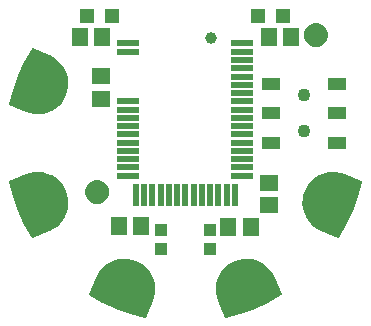
<source format=gbr>
G04 EAGLE Gerber RS-274X export*
G75*
%MOMM*%
%FSLAX34Y34*%
%LPD*%
%INSoldermask Top*%
%IPPOS*%
%AMOC8*
5,1,8,0,0,1.08239X$1,22.5*%
G01*
%ADD10C,1.101600*%
%ADD11C,0.500000*%
%ADD12C,2.641600*%
%ADD13R,1.951600X0.551600*%
%ADD14R,0.551600X1.951600*%
%ADD15C,1.001600*%
%ADD16R,1.301600X1.301600*%
%ADD17R,1.401600X1.601600*%
%ADD18R,1.601600X1.401600*%
%ADD19R,1.601600X1.101600*%
%ADD20R,1.001600X1.101600*%

G36*
X-129377Y-80320D02*
X-129377Y-80320D01*
X-129352Y-80322D01*
X-129212Y-80287D01*
X-129181Y-80281D01*
X-129176Y-80278D01*
X-129170Y-80277D01*
X-115090Y-74445D01*
X-115073Y-74434D01*
X-115049Y-74426D01*
X-111809Y-72804D01*
X-111778Y-72781D01*
X-111731Y-72757D01*
X-108754Y-70691D01*
X-108733Y-70670D01*
X-108712Y-70657D01*
X-108705Y-70649D01*
X-108683Y-70634D01*
X-106031Y-68164D01*
X-106008Y-68134D01*
X-105969Y-68098D01*
X-103695Y-65276D01*
X-103677Y-65243D01*
X-103644Y-65202D01*
X-101794Y-62085D01*
X-101781Y-62049D01*
X-101754Y-62004D01*
X-100367Y-58656D01*
X-100359Y-58619D01*
X-100339Y-58570D01*
X-99442Y-55059D01*
X-99440Y-55021D01*
X-99426Y-54970D01*
X-99039Y-51366D01*
X-99042Y-51328D01*
X-99036Y-51276D01*
X-99165Y-47654D01*
X-99173Y-47617D01*
X-99175Y-47564D01*
X-99818Y-43998D01*
X-99831Y-43962D01*
X-99840Y-43910D01*
X-100985Y-40472D01*
X-101003Y-40438D01*
X-101020Y-40388D01*
X-102642Y-37147D01*
X-102665Y-37117D01*
X-102688Y-37069D01*
X-104755Y-34093D01*
X-104782Y-34066D01*
X-104812Y-34022D01*
X-107281Y-31370D01*
X-107312Y-31347D01*
X-107347Y-31308D01*
X-110169Y-29034D01*
X-110203Y-29016D01*
X-110243Y-28982D01*
X-113360Y-27133D01*
X-113396Y-27120D01*
X-113441Y-27093D01*
X-116789Y-25706D01*
X-116826Y-25698D01*
X-116875Y-25677D01*
X-120387Y-24781D01*
X-120425Y-24778D01*
X-120476Y-24765D01*
X-124079Y-24378D01*
X-124117Y-24380D01*
X-124169Y-24374D01*
X-127791Y-24504D01*
X-127828Y-24512D01*
X-127881Y-24513D01*
X-131447Y-25157D01*
X-131483Y-25170D01*
X-131535Y-25179D01*
X-134974Y-26324D01*
X-134991Y-26333D01*
X-135016Y-26340D01*
X-149096Y-32172D01*
X-149117Y-32185D01*
X-149140Y-32192D01*
X-149205Y-32241D01*
X-149264Y-32276D01*
X-149270Y-32283D01*
X-149285Y-32293D01*
X-149300Y-32312D01*
X-149319Y-32327D01*
X-149367Y-32401D01*
X-149374Y-32411D01*
X-149405Y-32450D01*
X-149407Y-32456D01*
X-149420Y-32472D01*
X-149427Y-32496D01*
X-149440Y-32516D01*
X-149458Y-32602D01*
X-149470Y-32641D01*
X-149477Y-32662D01*
X-149477Y-32665D01*
X-149484Y-32687D01*
X-149482Y-32712D01*
X-149487Y-32736D01*
X-149471Y-32878D01*
X-149471Y-32881D01*
X-149471Y-32887D01*
X-149470Y-32887D01*
X-149469Y-32911D01*
X-149467Y-32916D01*
X-149466Y-32922D01*
X-146163Y-45248D01*
X-146153Y-45270D01*
X-146147Y-45300D01*
X-141782Y-57291D01*
X-141770Y-57313D01*
X-141761Y-57343D01*
X-136368Y-68908D01*
X-136354Y-68928D01*
X-136343Y-68957D01*
X-129962Y-80008D01*
X-129947Y-80027D01*
X-129937Y-80049D01*
X-129875Y-80112D01*
X-129818Y-80179D01*
X-129796Y-80191D01*
X-129779Y-80209D01*
X-129699Y-80246D01*
X-129622Y-80289D01*
X-129598Y-80293D01*
X-129576Y-80304D01*
X-129488Y-80311D01*
X-129401Y-80325D01*
X-129377Y-80320D01*
G37*
G36*
X129414Y-80321D02*
X129414Y-80321D01*
X129438Y-80324D01*
X129524Y-80305D01*
X129612Y-80293D01*
X129633Y-80281D01*
X129657Y-80276D01*
X129731Y-80228D01*
X129809Y-80186D01*
X129825Y-80168D01*
X129846Y-80155D01*
X129935Y-80042D01*
X129957Y-80017D01*
X129958Y-80013D01*
X129962Y-80008D01*
X136343Y-68957D01*
X136351Y-68934D01*
X136368Y-68908D01*
X141761Y-57343D01*
X141767Y-57319D01*
X141782Y-57291D01*
X146147Y-45300D01*
X146151Y-45276D01*
X146163Y-45248D01*
X149466Y-32922D01*
X149468Y-32897D01*
X149477Y-32875D01*
X149477Y-32851D01*
X149477Y-32850D01*
X149477Y-32841D01*
X149477Y-32786D01*
X149485Y-32698D01*
X149478Y-32675D01*
X149478Y-32650D01*
X149471Y-32629D01*
X149471Y-32626D01*
X149460Y-32600D01*
X149448Y-32567D01*
X149425Y-32482D01*
X149410Y-32462D01*
X149402Y-32439D01*
X149389Y-32424D01*
X149386Y-32418D01*
X149349Y-32377D01*
X149345Y-32372D01*
X149293Y-32300D01*
X149273Y-32287D01*
X149257Y-32268D01*
X149241Y-32259D01*
X149235Y-32252D01*
X149201Y-32235D01*
X149133Y-32194D01*
X149106Y-32176D01*
X149101Y-32175D01*
X149096Y-32172D01*
X135016Y-26340D01*
X134996Y-26335D01*
X134974Y-26324D01*
X131535Y-25179D01*
X131519Y-25177D01*
X131511Y-25173D01*
X131482Y-25168D01*
X131447Y-25157D01*
X127881Y-24513D01*
X127843Y-24513D01*
X127791Y-24504D01*
X124169Y-24374D01*
X124132Y-24380D01*
X124079Y-24378D01*
X120476Y-24765D01*
X120439Y-24776D01*
X120387Y-24781D01*
X116875Y-25677D01*
X116840Y-25693D01*
X116789Y-25706D01*
X113441Y-27093D01*
X113409Y-27113D01*
X113360Y-27133D01*
X110243Y-28982D01*
X110215Y-29007D01*
X110169Y-29034D01*
X107347Y-31308D01*
X107322Y-31337D01*
X107281Y-31370D01*
X104812Y-34022D01*
X104791Y-34054D01*
X104755Y-34093D01*
X102688Y-37069D01*
X102672Y-37104D01*
X102642Y-37147D01*
X101020Y-40388D01*
X101009Y-40425D01*
X100985Y-40472D01*
X99840Y-43910D01*
X99835Y-43948D01*
X99818Y-43998D01*
X99175Y-47564D01*
X99175Y-47603D01*
X99165Y-47654D01*
X99036Y-51276D01*
X99041Y-51314D01*
X99039Y-51366D01*
X99426Y-54970D01*
X99437Y-55006D01*
X99442Y-55059D01*
X100339Y-58570D01*
X100354Y-58605D01*
X100367Y-58656D01*
X101754Y-62004D01*
X101775Y-62036D01*
X101794Y-62085D01*
X103644Y-65202D01*
X103669Y-65231D01*
X103695Y-65276D01*
X105969Y-68098D01*
X105998Y-68123D01*
X106031Y-68164D01*
X108683Y-70634D01*
X108715Y-70654D01*
X108726Y-70664D01*
X108741Y-70681D01*
X108747Y-70684D01*
X108754Y-70691D01*
X111731Y-72757D01*
X111765Y-72773D01*
X111809Y-72804D01*
X115049Y-74426D01*
X115069Y-74431D01*
X115090Y-74445D01*
X129170Y-80277D01*
X129194Y-80282D01*
X129216Y-80293D01*
X129303Y-80306D01*
X129390Y-80325D01*
X129414Y-80321D01*
G37*
G36*
X-33945Y-148208D02*
X-33945Y-148208D01*
X-33920Y-148208D01*
X-33837Y-148178D01*
X-33752Y-148155D01*
X-33732Y-148140D01*
X-33709Y-148132D01*
X-33642Y-148075D01*
X-33570Y-148023D01*
X-33557Y-148003D01*
X-33538Y-147987D01*
X-33464Y-147863D01*
X-33446Y-147836D01*
X-33445Y-147831D01*
X-33442Y-147826D01*
X-27610Y-133746D01*
X-27605Y-133726D01*
X-27594Y-133704D01*
X-26449Y-130265D01*
X-26444Y-130228D01*
X-26427Y-130177D01*
X-25783Y-126611D01*
X-25783Y-126573D01*
X-25774Y-126521D01*
X-25644Y-122899D01*
X-25650Y-122862D01*
X-25648Y-122809D01*
X-26035Y-119206D01*
X-26046Y-119169D01*
X-26051Y-119117D01*
X-26947Y-115605D01*
X-26963Y-115570D01*
X-26976Y-115519D01*
X-28363Y-112171D01*
X-28383Y-112139D01*
X-28403Y-112090D01*
X-30252Y-108973D01*
X-30277Y-108945D01*
X-30304Y-108899D01*
X-32578Y-106077D01*
X-32607Y-106052D01*
X-32640Y-106011D01*
X-35292Y-103542D01*
X-35324Y-103521D01*
X-35363Y-103485D01*
X-38339Y-101418D01*
X-38374Y-101402D01*
X-38417Y-101372D01*
X-41658Y-99750D01*
X-41695Y-99739D01*
X-41742Y-99715D01*
X-45180Y-98570D01*
X-45218Y-98565D01*
X-45268Y-98548D01*
X-48834Y-97905D01*
X-48873Y-97905D01*
X-48924Y-97895D01*
X-52546Y-97766D01*
X-52584Y-97771D01*
X-52636Y-97769D01*
X-56240Y-98156D01*
X-56276Y-98167D01*
X-56329Y-98172D01*
X-59840Y-99069D01*
X-59875Y-99084D01*
X-59926Y-99097D01*
X-63274Y-100484D01*
X-63306Y-100505D01*
X-63355Y-100524D01*
X-66472Y-102374D01*
X-66501Y-102399D01*
X-66546Y-102425D01*
X-69368Y-104699D01*
X-69393Y-104728D01*
X-69434Y-104761D01*
X-71904Y-107413D01*
X-71924Y-107445D01*
X-71961Y-107484D01*
X-74027Y-110461D01*
X-74037Y-110482D01*
X-74044Y-110491D01*
X-74048Y-110502D01*
X-74074Y-110539D01*
X-75696Y-113779D01*
X-75701Y-113799D01*
X-75715Y-113820D01*
X-81547Y-127900D01*
X-81552Y-127924D01*
X-81563Y-127946D01*
X-81576Y-128033D01*
X-81595Y-128120D01*
X-81591Y-128144D01*
X-81594Y-128168D01*
X-81575Y-128254D01*
X-81563Y-128342D01*
X-81551Y-128363D01*
X-81546Y-128387D01*
X-81498Y-128461D01*
X-81456Y-128539D01*
X-81438Y-128555D01*
X-81425Y-128576D01*
X-81312Y-128665D01*
X-81287Y-128687D01*
X-81283Y-128688D01*
X-81278Y-128692D01*
X-70227Y-135073D01*
X-70204Y-135081D01*
X-70178Y-135098D01*
X-58613Y-140491D01*
X-58589Y-140497D01*
X-58561Y-140512D01*
X-46570Y-144877D01*
X-46546Y-144881D01*
X-46518Y-144893D01*
X-34192Y-148196D01*
X-34167Y-148198D01*
X-34145Y-148207D01*
X-34056Y-148207D01*
X-33968Y-148215D01*
X-33945Y-148208D01*
G37*
G36*
X34148Y-148201D02*
X34148Y-148201D01*
X34181Y-148199D01*
X34186Y-148197D01*
X34192Y-148196D01*
X46518Y-144893D01*
X46540Y-144883D01*
X46570Y-144877D01*
X58561Y-140512D01*
X58583Y-140500D01*
X58613Y-140491D01*
X70178Y-135098D01*
X70198Y-135084D01*
X70227Y-135073D01*
X81278Y-128692D01*
X81297Y-128677D01*
X81319Y-128667D01*
X81382Y-128605D01*
X81449Y-128548D01*
X81461Y-128526D01*
X81479Y-128509D01*
X81516Y-128429D01*
X81559Y-128352D01*
X81563Y-128328D01*
X81574Y-128306D01*
X81581Y-128218D01*
X81595Y-128131D01*
X81590Y-128107D01*
X81592Y-128082D01*
X81557Y-127942D01*
X81551Y-127911D01*
X81548Y-127906D01*
X81547Y-127900D01*
X75715Y-113820D01*
X75704Y-113803D01*
X75696Y-113779D01*
X74074Y-110539D01*
X74051Y-110508D01*
X74027Y-110461D01*
X71961Y-107484D01*
X71934Y-107457D01*
X71904Y-107413D01*
X69434Y-104761D01*
X69404Y-104738D01*
X69368Y-104699D01*
X66546Y-102425D01*
X66513Y-102407D01*
X66472Y-102374D01*
X63355Y-100524D01*
X63319Y-100511D01*
X63274Y-100484D01*
X59926Y-99097D01*
X59889Y-99089D01*
X59840Y-99069D01*
X56329Y-98172D01*
X56291Y-98170D01*
X56240Y-98156D01*
X52636Y-97769D01*
X52598Y-97772D01*
X52546Y-97766D01*
X48924Y-97895D01*
X48887Y-97903D01*
X48834Y-97905D01*
X45268Y-98548D01*
X45232Y-98561D01*
X45180Y-98570D01*
X41742Y-99715D01*
X41708Y-99733D01*
X41658Y-99750D01*
X38417Y-101372D01*
X38387Y-101395D01*
X38339Y-101418D01*
X35363Y-103485D01*
X35336Y-103512D01*
X35292Y-103542D01*
X32640Y-106011D01*
X32617Y-106042D01*
X32578Y-106077D01*
X30304Y-108899D01*
X30286Y-108933D01*
X30252Y-108973D01*
X28403Y-112090D01*
X28390Y-112126D01*
X28363Y-112171D01*
X26976Y-115519D01*
X26968Y-115556D01*
X26947Y-115605D01*
X26051Y-119117D01*
X26048Y-119155D01*
X26035Y-119206D01*
X25648Y-122809D01*
X25650Y-122847D01*
X25644Y-122899D01*
X25774Y-126521D01*
X25782Y-126558D01*
X25783Y-126611D01*
X26427Y-130177D01*
X26440Y-130213D01*
X26449Y-130265D01*
X27594Y-133704D01*
X27603Y-133721D01*
X27610Y-133746D01*
X33442Y-147826D01*
X33455Y-147847D01*
X33462Y-147870D01*
X33515Y-147940D01*
X33563Y-148015D01*
X33582Y-148030D01*
X33597Y-148049D01*
X33671Y-148097D01*
X33742Y-148150D01*
X33766Y-148157D01*
X33786Y-148170D01*
X33872Y-148188D01*
X33957Y-148214D01*
X33982Y-148212D01*
X34006Y-148217D01*
X34148Y-148201D01*
G37*
G36*
X-124132Y24380D02*
X-124132Y24380D01*
X-124079Y24378D01*
X-120476Y24765D01*
X-120439Y24776D01*
X-120387Y24781D01*
X-116875Y25677D01*
X-116840Y25693D01*
X-116789Y25706D01*
X-113441Y27093D01*
X-113409Y27113D01*
X-113360Y27133D01*
X-110243Y28982D01*
X-110215Y29007D01*
X-110169Y29034D01*
X-107347Y31308D01*
X-107322Y31337D01*
X-107281Y31370D01*
X-104812Y34022D01*
X-104791Y34054D01*
X-104755Y34093D01*
X-102688Y37069D01*
X-102672Y37104D01*
X-102642Y37147D01*
X-101020Y40388D01*
X-101009Y40425D01*
X-100985Y40472D01*
X-99840Y43910D01*
X-99835Y43948D01*
X-99818Y43998D01*
X-99175Y47564D01*
X-99175Y47603D01*
X-99165Y47654D01*
X-99036Y51276D01*
X-99041Y51314D01*
X-99039Y51366D01*
X-99426Y54970D01*
X-99437Y55006D01*
X-99442Y55059D01*
X-100339Y58570D01*
X-100354Y58605D01*
X-100367Y58656D01*
X-101754Y62004D01*
X-101775Y62036D01*
X-101794Y62085D01*
X-103644Y65202D01*
X-103669Y65231D01*
X-103695Y65276D01*
X-105969Y68098D01*
X-105998Y68123D01*
X-106031Y68164D01*
X-108683Y70634D01*
X-108715Y70654D01*
X-108754Y70691D01*
X-111731Y72757D01*
X-111765Y72773D01*
X-111809Y72804D01*
X-115049Y74426D01*
X-115069Y74431D01*
X-115090Y74445D01*
X-129170Y80277D01*
X-129194Y80282D01*
X-129216Y80293D01*
X-129303Y80306D01*
X-129390Y80325D01*
X-129414Y80321D01*
X-129438Y80324D01*
X-129524Y80305D01*
X-129612Y80293D01*
X-129633Y80281D01*
X-129657Y80276D01*
X-129731Y80228D01*
X-129809Y80186D01*
X-129825Y80168D01*
X-129846Y80155D01*
X-129935Y80042D01*
X-129957Y80017D01*
X-129958Y80013D01*
X-129962Y80008D01*
X-136343Y68957D01*
X-136351Y68934D01*
X-136368Y68908D01*
X-141761Y57343D01*
X-141767Y57319D01*
X-141782Y57291D01*
X-146147Y45300D01*
X-146151Y45276D01*
X-146163Y45248D01*
X-149466Y32922D01*
X-149468Y32897D01*
X-149477Y32875D01*
X-149477Y32786D01*
X-149485Y32698D01*
X-149478Y32675D01*
X-149478Y32650D01*
X-149448Y32567D01*
X-149425Y32482D01*
X-149410Y32462D01*
X-149402Y32439D01*
X-149345Y32372D01*
X-149293Y32300D01*
X-149273Y32287D01*
X-149257Y32268D01*
X-149133Y32194D01*
X-149106Y32176D01*
X-149101Y32175D01*
X-149096Y32172D01*
X-135016Y26340D01*
X-134996Y26335D01*
X-134974Y26324D01*
X-131535Y25179D01*
X-131498Y25174D01*
X-131447Y25157D01*
X-127881Y24513D01*
X-127843Y24513D01*
X-127791Y24504D01*
X-124169Y24374D01*
X-124132Y24380D01*
G37*
D10*
X110490Y91440D03*
D11*
X110490Y98940D02*
X110309Y98938D01*
X110128Y98931D01*
X109947Y98920D01*
X109766Y98905D01*
X109586Y98885D01*
X109406Y98861D01*
X109227Y98833D01*
X109049Y98800D01*
X108872Y98763D01*
X108695Y98722D01*
X108520Y98677D01*
X108345Y98627D01*
X108172Y98573D01*
X108001Y98515D01*
X107830Y98453D01*
X107662Y98386D01*
X107495Y98316D01*
X107329Y98242D01*
X107166Y98163D01*
X107005Y98081D01*
X106845Y97995D01*
X106688Y97905D01*
X106533Y97811D01*
X106380Y97714D01*
X106230Y97612D01*
X106082Y97508D01*
X105936Y97399D01*
X105794Y97288D01*
X105654Y97172D01*
X105517Y97054D01*
X105382Y96932D01*
X105251Y96807D01*
X105123Y96679D01*
X104998Y96548D01*
X104876Y96413D01*
X104758Y96276D01*
X104642Y96136D01*
X104531Y95994D01*
X104422Y95848D01*
X104318Y95700D01*
X104216Y95550D01*
X104119Y95397D01*
X104025Y95242D01*
X103935Y95085D01*
X103849Y94925D01*
X103767Y94764D01*
X103688Y94601D01*
X103614Y94435D01*
X103544Y94268D01*
X103477Y94100D01*
X103415Y93929D01*
X103357Y93758D01*
X103303Y93585D01*
X103253Y93410D01*
X103208Y93235D01*
X103167Y93058D01*
X103130Y92881D01*
X103097Y92703D01*
X103069Y92524D01*
X103045Y92344D01*
X103025Y92164D01*
X103010Y91983D01*
X102999Y91802D01*
X102992Y91621D01*
X102990Y91440D01*
X110490Y98940D02*
X110671Y98938D01*
X110852Y98931D01*
X111033Y98920D01*
X111214Y98905D01*
X111394Y98885D01*
X111574Y98861D01*
X111753Y98833D01*
X111931Y98800D01*
X112108Y98763D01*
X112285Y98722D01*
X112460Y98677D01*
X112635Y98627D01*
X112808Y98573D01*
X112979Y98515D01*
X113150Y98453D01*
X113318Y98386D01*
X113485Y98316D01*
X113651Y98242D01*
X113814Y98163D01*
X113975Y98081D01*
X114135Y97995D01*
X114292Y97905D01*
X114447Y97811D01*
X114600Y97714D01*
X114750Y97612D01*
X114898Y97508D01*
X115044Y97399D01*
X115186Y97288D01*
X115326Y97172D01*
X115463Y97054D01*
X115598Y96932D01*
X115729Y96807D01*
X115857Y96679D01*
X115982Y96548D01*
X116104Y96413D01*
X116222Y96276D01*
X116338Y96136D01*
X116449Y95994D01*
X116558Y95848D01*
X116662Y95700D01*
X116764Y95550D01*
X116861Y95397D01*
X116955Y95242D01*
X117045Y95085D01*
X117131Y94925D01*
X117213Y94764D01*
X117292Y94601D01*
X117366Y94435D01*
X117436Y94268D01*
X117503Y94100D01*
X117565Y93929D01*
X117623Y93758D01*
X117677Y93585D01*
X117727Y93410D01*
X117772Y93235D01*
X117813Y93058D01*
X117850Y92881D01*
X117883Y92703D01*
X117911Y92524D01*
X117935Y92344D01*
X117955Y92164D01*
X117970Y91983D01*
X117981Y91802D01*
X117988Y91621D01*
X117990Y91440D01*
X117988Y91259D01*
X117981Y91078D01*
X117970Y90897D01*
X117955Y90716D01*
X117935Y90536D01*
X117911Y90356D01*
X117883Y90177D01*
X117850Y89999D01*
X117813Y89822D01*
X117772Y89645D01*
X117727Y89470D01*
X117677Y89295D01*
X117623Y89122D01*
X117565Y88951D01*
X117503Y88780D01*
X117436Y88612D01*
X117366Y88445D01*
X117292Y88279D01*
X117213Y88116D01*
X117131Y87955D01*
X117045Y87795D01*
X116955Y87638D01*
X116861Y87483D01*
X116764Y87330D01*
X116662Y87180D01*
X116558Y87032D01*
X116449Y86886D01*
X116338Y86744D01*
X116222Y86604D01*
X116104Y86467D01*
X115982Y86332D01*
X115857Y86201D01*
X115729Y86073D01*
X115598Y85948D01*
X115463Y85826D01*
X115326Y85708D01*
X115186Y85592D01*
X115044Y85481D01*
X114898Y85372D01*
X114750Y85268D01*
X114600Y85166D01*
X114447Y85069D01*
X114292Y84975D01*
X114135Y84885D01*
X113975Y84799D01*
X113814Y84717D01*
X113651Y84638D01*
X113485Y84564D01*
X113318Y84494D01*
X113150Y84427D01*
X112979Y84365D01*
X112808Y84307D01*
X112635Y84253D01*
X112460Y84203D01*
X112285Y84158D01*
X112108Y84117D01*
X111931Y84080D01*
X111753Y84047D01*
X111574Y84019D01*
X111394Y83995D01*
X111214Y83975D01*
X111033Y83960D01*
X110852Y83949D01*
X110671Y83942D01*
X110490Y83940D01*
X110309Y83942D01*
X110128Y83949D01*
X109947Y83960D01*
X109766Y83975D01*
X109586Y83995D01*
X109406Y84019D01*
X109227Y84047D01*
X109049Y84080D01*
X108872Y84117D01*
X108695Y84158D01*
X108520Y84203D01*
X108345Y84253D01*
X108172Y84307D01*
X108001Y84365D01*
X107830Y84427D01*
X107662Y84494D01*
X107495Y84564D01*
X107329Y84638D01*
X107166Y84717D01*
X107005Y84799D01*
X106845Y84885D01*
X106688Y84975D01*
X106533Y85069D01*
X106380Y85166D01*
X106230Y85268D01*
X106082Y85372D01*
X105936Y85481D01*
X105794Y85592D01*
X105654Y85708D01*
X105517Y85826D01*
X105382Y85948D01*
X105251Y86073D01*
X105123Y86201D01*
X104998Y86332D01*
X104876Y86467D01*
X104758Y86604D01*
X104642Y86744D01*
X104531Y86886D01*
X104422Y87032D01*
X104318Y87180D01*
X104216Y87330D01*
X104119Y87483D01*
X104025Y87638D01*
X103935Y87795D01*
X103849Y87955D01*
X103767Y88116D01*
X103688Y88279D01*
X103614Y88445D01*
X103544Y88612D01*
X103477Y88780D01*
X103415Y88951D01*
X103357Y89122D01*
X103303Y89295D01*
X103253Y89470D01*
X103208Y89645D01*
X103167Y89822D01*
X103130Y89999D01*
X103097Y90177D01*
X103069Y90356D01*
X103045Y90536D01*
X103025Y90716D01*
X103010Y90897D01*
X102999Y91078D01*
X102992Y91259D01*
X102990Y91440D01*
D10*
X-74700Y-41460D03*
D11*
X-74700Y-33960D02*
X-74881Y-33962D01*
X-75062Y-33969D01*
X-75243Y-33980D01*
X-75424Y-33995D01*
X-75604Y-34015D01*
X-75784Y-34039D01*
X-75963Y-34067D01*
X-76141Y-34100D01*
X-76318Y-34137D01*
X-76495Y-34178D01*
X-76670Y-34223D01*
X-76845Y-34273D01*
X-77018Y-34327D01*
X-77189Y-34385D01*
X-77360Y-34447D01*
X-77528Y-34514D01*
X-77695Y-34584D01*
X-77861Y-34658D01*
X-78024Y-34737D01*
X-78185Y-34819D01*
X-78345Y-34905D01*
X-78502Y-34995D01*
X-78657Y-35089D01*
X-78810Y-35186D01*
X-78960Y-35288D01*
X-79108Y-35392D01*
X-79254Y-35501D01*
X-79396Y-35612D01*
X-79536Y-35728D01*
X-79673Y-35846D01*
X-79808Y-35968D01*
X-79939Y-36093D01*
X-80067Y-36221D01*
X-80192Y-36352D01*
X-80314Y-36487D01*
X-80432Y-36624D01*
X-80548Y-36764D01*
X-80659Y-36906D01*
X-80768Y-37052D01*
X-80872Y-37200D01*
X-80974Y-37350D01*
X-81071Y-37503D01*
X-81165Y-37658D01*
X-81255Y-37815D01*
X-81341Y-37975D01*
X-81423Y-38136D01*
X-81502Y-38299D01*
X-81576Y-38465D01*
X-81646Y-38632D01*
X-81713Y-38800D01*
X-81775Y-38971D01*
X-81833Y-39142D01*
X-81887Y-39315D01*
X-81937Y-39490D01*
X-81982Y-39665D01*
X-82023Y-39842D01*
X-82060Y-40019D01*
X-82093Y-40197D01*
X-82121Y-40376D01*
X-82145Y-40556D01*
X-82165Y-40736D01*
X-82180Y-40917D01*
X-82191Y-41098D01*
X-82198Y-41279D01*
X-82200Y-41460D01*
X-74700Y-33960D02*
X-74519Y-33962D01*
X-74338Y-33969D01*
X-74157Y-33980D01*
X-73976Y-33995D01*
X-73796Y-34015D01*
X-73616Y-34039D01*
X-73437Y-34067D01*
X-73259Y-34100D01*
X-73082Y-34137D01*
X-72905Y-34178D01*
X-72730Y-34223D01*
X-72555Y-34273D01*
X-72382Y-34327D01*
X-72211Y-34385D01*
X-72040Y-34447D01*
X-71872Y-34514D01*
X-71705Y-34584D01*
X-71539Y-34658D01*
X-71376Y-34737D01*
X-71215Y-34819D01*
X-71055Y-34905D01*
X-70898Y-34995D01*
X-70743Y-35089D01*
X-70590Y-35186D01*
X-70440Y-35288D01*
X-70292Y-35392D01*
X-70146Y-35501D01*
X-70004Y-35612D01*
X-69864Y-35728D01*
X-69727Y-35846D01*
X-69592Y-35968D01*
X-69461Y-36093D01*
X-69333Y-36221D01*
X-69208Y-36352D01*
X-69086Y-36487D01*
X-68968Y-36624D01*
X-68852Y-36764D01*
X-68741Y-36906D01*
X-68632Y-37052D01*
X-68528Y-37200D01*
X-68426Y-37350D01*
X-68329Y-37503D01*
X-68235Y-37658D01*
X-68145Y-37815D01*
X-68059Y-37975D01*
X-67977Y-38136D01*
X-67898Y-38299D01*
X-67824Y-38465D01*
X-67754Y-38632D01*
X-67687Y-38800D01*
X-67625Y-38971D01*
X-67567Y-39142D01*
X-67513Y-39315D01*
X-67463Y-39490D01*
X-67418Y-39665D01*
X-67377Y-39842D01*
X-67340Y-40019D01*
X-67307Y-40197D01*
X-67279Y-40376D01*
X-67255Y-40556D01*
X-67235Y-40736D01*
X-67220Y-40917D01*
X-67209Y-41098D01*
X-67202Y-41279D01*
X-67200Y-41460D01*
X-67202Y-41641D01*
X-67209Y-41822D01*
X-67220Y-42003D01*
X-67235Y-42184D01*
X-67255Y-42364D01*
X-67279Y-42544D01*
X-67307Y-42723D01*
X-67340Y-42901D01*
X-67377Y-43078D01*
X-67418Y-43255D01*
X-67463Y-43430D01*
X-67513Y-43605D01*
X-67567Y-43778D01*
X-67625Y-43949D01*
X-67687Y-44120D01*
X-67754Y-44288D01*
X-67824Y-44455D01*
X-67898Y-44621D01*
X-67977Y-44784D01*
X-68059Y-44945D01*
X-68145Y-45105D01*
X-68235Y-45262D01*
X-68329Y-45417D01*
X-68426Y-45570D01*
X-68528Y-45720D01*
X-68632Y-45868D01*
X-68741Y-46014D01*
X-68852Y-46156D01*
X-68968Y-46296D01*
X-69086Y-46433D01*
X-69208Y-46568D01*
X-69333Y-46699D01*
X-69461Y-46827D01*
X-69592Y-46952D01*
X-69727Y-47074D01*
X-69864Y-47192D01*
X-70004Y-47308D01*
X-70146Y-47419D01*
X-70292Y-47528D01*
X-70440Y-47632D01*
X-70590Y-47734D01*
X-70743Y-47831D01*
X-70898Y-47925D01*
X-71055Y-48015D01*
X-71215Y-48101D01*
X-71376Y-48183D01*
X-71539Y-48262D01*
X-71705Y-48336D01*
X-71872Y-48406D01*
X-72040Y-48473D01*
X-72211Y-48535D01*
X-72382Y-48593D01*
X-72555Y-48647D01*
X-72730Y-48697D01*
X-72905Y-48742D01*
X-73082Y-48783D01*
X-73259Y-48820D01*
X-73437Y-48853D01*
X-73616Y-48881D01*
X-73796Y-48905D01*
X-73976Y-48925D01*
X-74157Y-48940D01*
X-74338Y-48951D01*
X-74519Y-48958D01*
X-74700Y-48960D01*
X-74881Y-48958D01*
X-75062Y-48951D01*
X-75243Y-48940D01*
X-75424Y-48925D01*
X-75604Y-48905D01*
X-75784Y-48881D01*
X-75963Y-48853D01*
X-76141Y-48820D01*
X-76318Y-48783D01*
X-76495Y-48742D01*
X-76670Y-48697D01*
X-76845Y-48647D01*
X-77018Y-48593D01*
X-77189Y-48535D01*
X-77360Y-48473D01*
X-77528Y-48406D01*
X-77695Y-48336D01*
X-77861Y-48262D01*
X-78024Y-48183D01*
X-78185Y-48101D01*
X-78345Y-48015D01*
X-78502Y-47925D01*
X-78657Y-47831D01*
X-78810Y-47734D01*
X-78960Y-47632D01*
X-79108Y-47528D01*
X-79254Y-47419D01*
X-79396Y-47308D01*
X-79536Y-47192D01*
X-79673Y-47074D01*
X-79808Y-46952D01*
X-79939Y-46827D01*
X-80067Y-46699D01*
X-80192Y-46568D01*
X-80314Y-46433D01*
X-80432Y-46296D01*
X-80548Y-46156D01*
X-80659Y-46014D01*
X-80768Y-45868D01*
X-80872Y-45720D01*
X-80974Y-45570D01*
X-81071Y-45417D01*
X-81165Y-45262D01*
X-81255Y-45105D01*
X-81341Y-44945D01*
X-81423Y-44784D01*
X-81502Y-44621D01*
X-81576Y-44455D01*
X-81646Y-44288D01*
X-81713Y-44120D01*
X-81775Y-43949D01*
X-81833Y-43778D01*
X-81887Y-43605D01*
X-81937Y-43430D01*
X-81982Y-43255D01*
X-82023Y-43078D01*
X-82060Y-42901D01*
X-82093Y-42723D01*
X-82121Y-42544D01*
X-82145Y-42364D01*
X-82165Y-42184D01*
X-82180Y-42003D01*
X-82191Y-41822D01*
X-82198Y-41641D01*
X-82200Y-41460D01*
D12*
X-48260Y-115570D03*
X116840Y-46990D03*
X-116840Y-46990D03*
X48260Y-115570D03*
X-116840Y46990D03*
D13*
X-48250Y84450D03*
X-48250Y77450D03*
X-48250Y35450D03*
X-48250Y28450D03*
X-48250Y21450D03*
X-48250Y14450D03*
X-48250Y7450D03*
X-48250Y450D03*
X-48250Y-6550D03*
X-48250Y-13550D03*
X-48250Y-20550D03*
X-48250Y-27550D03*
D14*
X-42000Y-43800D03*
X-35000Y-43800D03*
X-28000Y-43800D03*
X-21000Y-43800D03*
X-14000Y-43800D03*
X-7000Y-43800D03*
X0Y-43800D03*
X7000Y-43800D03*
X14000Y-43800D03*
X21000Y-43800D03*
X28000Y-43800D03*
X35000Y-43800D03*
X42000Y-43800D03*
D13*
X48250Y-27550D03*
X48250Y-20550D03*
X48250Y-13550D03*
X48250Y-6550D03*
X48250Y450D03*
X48250Y7450D03*
X48250Y14450D03*
X48250Y21450D03*
X48250Y28450D03*
X48250Y35450D03*
X48250Y42450D03*
X48250Y49450D03*
X48250Y56450D03*
X48250Y63450D03*
X48250Y70450D03*
X48250Y77450D03*
X48250Y84450D03*
D15*
X22000Y88950D03*
D16*
X-61890Y107950D03*
X-82890Y107950D03*
X61890Y107950D03*
X82890Y107950D03*
D17*
X-70510Y90170D03*
X-89510Y90170D03*
X70510Y90170D03*
X89510Y90170D03*
D18*
X-71120Y37490D03*
X-71120Y56490D03*
D17*
X-37490Y-69850D03*
X-56490Y-69850D03*
D19*
X72330Y400D03*
X72330Y25400D03*
X72330Y50400D03*
X128330Y50400D03*
X128330Y25400D03*
X128330Y400D03*
D10*
X100330Y40400D03*
X100330Y10400D03*
D20*
X20500Y-73280D03*
X20500Y-89280D03*
X-20500Y-89280D03*
X-20500Y-73280D03*
D17*
X55220Y-71120D03*
X36220Y-71120D03*
D18*
X71120Y-52680D03*
X71120Y-33680D03*
M02*

</source>
